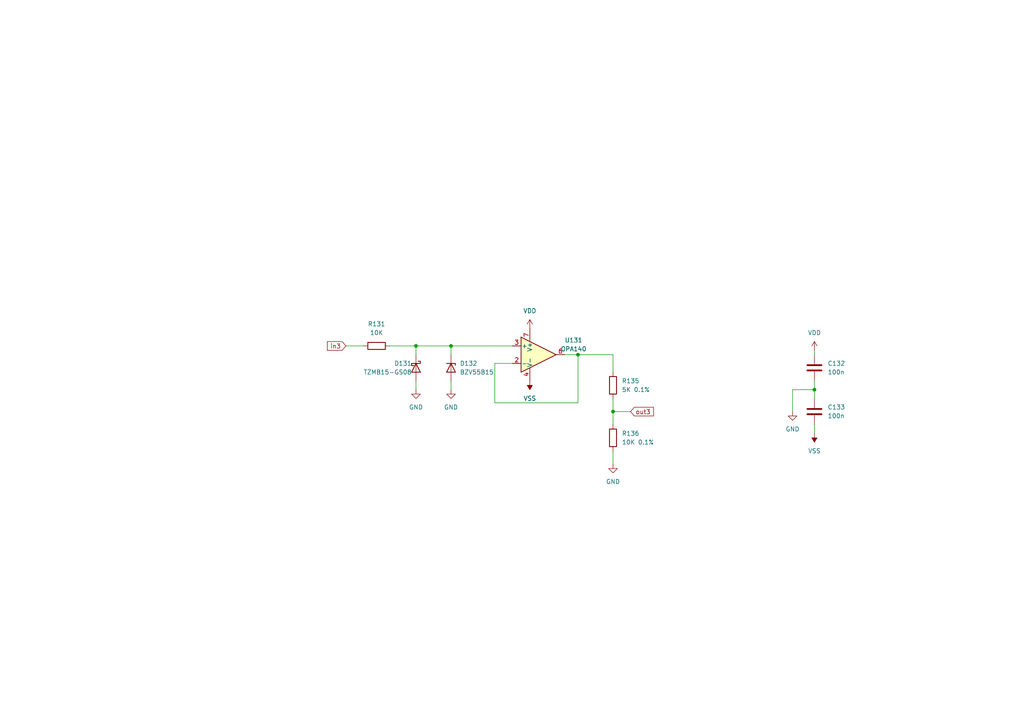
<source format=kicad_sch>
(kicad_sch (version 20230121) (generator eeschema)
  (paper "A4")
  (lib_symbols
    (symbol "Amplifier_Operational:OPA188xxD" (pin_names (offset 0.127))
      (property "Reference" "U" (at 0 6.35 0))
      (property "Value" "OPA188xxD" (at 0 3.81 0))
      (symbol "OPA188xxD_0_1"
        (polyline (pts (xy -5.08 5.08) (xy 5.08 0) (xy -5.08 -5.08) (xy -5.08 5.08)) (stroke (width 0.254)) (fill (type background)))
      )
      (symbol "OPA188xxD_1_1"
        (pin no_connect line (at -2.54 2.54 270) (length 2.54) hide (name "NC") (number "1"))
        (pin input line (at -7.62 -2.54 0) (length 2.54) (name "-") (number "2"))
        (pin input line (at -7.62 2.54 0) (length 2.54) (name "+") (number "3"))
        (pin power_in line (at -2.54 -7.62 90) (length 3.81) (name "V-") (number "4"))
        (pin no_connect line (at 0 2.54 270) (length 2.54) hide (name "NC") (number "5"))
        (pin output line (at 7.62 0 180) (length 2.54) (name "~") (number "6"))
        (pin power_in line (at -2.54 7.62 270) (length 3.81) (name "V+") (number "7"))
        (pin no_connect line (at 0 -2.54 90) (length 2.54) hide (name "NC") (number "8"))
      )
    )
    (symbol "Device:C" (pin_numbers hide) (pin_names (offset 0.254))
      (property "Reference" "C" (at 0.635 2.54 0))
      (property "Value" "C" (at 0.635 -2.54 0))
      (symbol "C_0_1"
        (polyline (pts (xy -2.032 -0.762) (xy 2.032 -0.762)) (stroke (width 0.508)))
        (polyline (pts (xy -2.032 0.762) (xy 2.032 0.762)) (stroke (width 0.508)))
      )
      (symbol "C_1_1"
        (pin passive line (at 0 3.81 270) (length 2.794) (name "~") (number "1"))
        (pin passive line (at 0 -3.81 90) (length 2.794) (name "~") (number "2"))
      )
    )
    (symbol "Device:D_Schottky" (pin_numbers hide) (pin_names (offset 1.016) hide)
      (property "Reference" "D" (at 0 2.54 0))
      (property "Value" "D_Schottky" (at 0 -2.54 0))
      (symbol "D_Schottky_0_1"
        (polyline (pts (xy 1.27 0) (xy -1.27 0)))
        (polyline (pts (xy 1.27 1.27) (xy 1.27 -1.27) (xy -1.27 0) (xy 1.27 1.27)) (stroke (width 0.254)))
        (polyline (pts (xy -1.905 0.635) (xy -1.905 1.27) (xy -1.27 1.27) (xy -1.27 -1.27) (xy -0.635 -1.27) (xy -0.635 -0.635)) (stroke (width 0.254)))
      )
      (symbol "D_Schottky_1_1"
        (pin passive line (at -3.81 0 0) (length 2.54) (name "K") (number "1"))
        (pin passive line (at 3.81 0 180) (length 2.54) (name "A") (number "2"))
      )
    )
    (symbol "Device:R" (pin_numbers hide) (pin_names (offset 0))
      (property "Reference" "R" (at 2.032 0 90))
      (property "Value" "R" (at 0 0 90))
      (symbol "R_0_1"
        (rectangle (start -1.016 -2.54) (end 1.016 2.54) (stroke (width 0.254)))
      )
      (symbol "R_1_1"
        (pin passive line (at 0 3.81 270) (length 1.27) (name "~") (number "1"))
        (pin passive line (at 0 -3.81 90) (length 1.27) (name "~") (number "2"))
      )
    )
    (symbol "Diode:BZV55B15" (pin_numbers hide) (pin_names hide)
      (property "Reference" "D" (at 0 2.54 0))
      (property "Value" "BZV55B15" (at 0 -2.54 0))
      (symbol "BZV55B15_0_1"
        (polyline (pts (xy 1.27 0) (xy -1.27 0)))
        (polyline (pts (xy -1.27 -1.27) (xy -1.27 1.27) (xy -0.762 1.27)) (stroke (width 0.254)))
        (polyline (pts (xy 1.27 -1.27) (xy 1.27 1.27) (xy -1.27 0) (xy 1.27 -1.27)) (stroke (width 0.254)))
      )
      (symbol "BZV55B15_1_1"
        (pin passive line (at -3.81 0 0) (length 2.54) (name "K") (number "1"))
        (pin passive line (at 3.81 0 180) (length 2.54) (name "A") (number "2"))
      )
    )
    (symbol "power:GND" (power) (pin_names (offset 0))
      (property "Value" "GND" (at 0 -3.81 0))
      (symbol "GND_0_1"
        (polyline (pts (xy 0 0) (xy 0 -1.27) (xy 1.27 -1.27) (xy 0 -2.54) (xy -1.27 -1.27) (xy 0 -1.27)))
      )
      (symbol "GND_1_1"
        (pin power_in line (at 0 0 270) (length 0) hide (name "GND") (number "1"))
      )
    )
    (symbol "power:VDD" (power) (pin_names (offset 0))
      (property "Value" "VDD" (at 0 3.81 0))
      (symbol "VDD_0_1"
        (polyline (pts (xy -0.762 1.27) (xy 0 2.54)))
        (polyline (pts (xy 0 0) (xy 0 2.54)))
        (polyline (pts (xy 0 2.54) (xy 0.762 1.27)))
      )
      (symbol "VDD_1_1"
        (pin power_in line (at 0 0 90) (length 0) hide (name "VDD") (number "1"))
      )
    )
    (symbol "power:VSS" (power) (pin_names (offset 0))
      (property "Value" "VSS" (at 0 3.81 0))
      (symbol "VSS_0_1"
        (polyline (pts (xy 0 0) (xy 0 2.54)))
        (polyline (pts (xy 0.762 1.27) (xy -0.762 1.27) (xy 0 2.54) (xy 0.762 1.27)) (fill (type outline)))
      )
      (symbol "VSS_1_1"
        (pin power_in line (at 0 0 90) (length 0) hide (name "VSS") (number "1"))
      )
    )
  )
  (junction (at 120.65 100.33))
  (junction (at 130.81 100.33))
  (junction (at 167.64 102.87))
  (junction (at 236.22 113.03))
  (junction (at 177.8 119.38))
  (wire (pts (xy 143.51 116.84) (xy 167.64 116.84)))
  (wire (pts (xy 120.65 100.33) (xy 120.65 102.87)))
  (wire (pts (xy 229.87 113.03) (xy 236.22 113.03)))
  (wire (pts (xy 167.64 102.87) (xy 177.8 102.87)))
  (wire (pts (xy 130.81 100.33) (xy 130.81 102.87)))
  (wire (pts (xy 167.64 116.84) (xy 167.64 102.87)))
  (wire (pts (xy 163.83 102.87) (xy 167.64 102.87)))
  (wire (pts (xy 177.8 115.57) (xy 177.8 119.38)))
  (wire (pts (xy 177.8 130.81) (xy 177.8 134.62)))
  (wire (pts (xy 236.22 110.49) (xy 236.22 113.03)))
  (wire (pts (xy 143.51 105.41) (xy 143.51 116.84)))
  (wire (pts (xy 236.22 113.03) (xy 236.22 115.57)))
  (wire (pts (xy 120.65 100.33) (xy 130.81 100.33)))
  (wire (pts (xy 130.81 100.33) (xy 148.59 100.33)))
  (wire (pts (xy 177.8 119.38) (xy 182.88 119.38)))
  (wire (pts (xy 177.8 119.38) (xy 177.8 123.19)))
  (wire (pts (xy 130.81 110.49) (xy 130.81 113.03)))
  (wire (pts (xy 236.22 123.19) (xy 236.22 125.73)))
  (wire (pts (xy 143.51 105.41) (xy 148.59 105.41)))
  (wire (pts (xy 113.03 100.33) (xy 120.65 100.33)))
  (wire (pts (xy 120.65 110.49) (xy 120.65 113.03)))
  (wire (pts (xy 177.8 102.87) (xy 177.8 107.95)))
  (wire (pts (xy 229.87 119.38) (xy 229.87 113.03)))
  (wire (pts (xy 236.22 101.6) (xy 236.22 102.87)))
  (wire (pts (xy 100.33 100.33) (xy 105.41 100.33)))
  (global_label "in3" (shape input) (at 100.33 100.33 180) (property "Intersheetrefs" "${INTERSHEET_REFS}" (effects hide)))
  (global_label "out3" (shape input) (at 182.88 119.38 0) (property "Intersheetrefs" "${INTERSHEET_REFS}" (effects hide)))
  (symbol (lib_id "power:VDD") (at 153.67 95.25 0) (unit 1)
    (property "Reference" "#PWR0136" (effects hide))
    (property "Value" "VDD" (at 153.67 90.17 0))
  )
  (symbol (lib_id "Amplifier_Operational:OPA188xxD") (at 156.21 102.87 0) (unit 1)
    (property "Reference" "U131" (at 166.37 98.6791 0))
    (property "Value" "OPA140" (at 166.37 101.2191 0))
    (property "Footprint" "Package_SO:SOIC-8_3.9x4.9mm_P1.27mm" (effects hide))
    (property "Datasheet" "http://www.ti.com/lit/ds/symlink/opa188.pdf" (effects hide))
  )
  (symbol (lib_id "Device:R") (at 177.8 127 0) (unit 1)
    (property "Reference" "R136" (at 180.34 125.73 0) (effects (justify left)))
    (property "Value" "10K 0.1%" (at 180.34 128.27 0) (effects (justify left)))
    (property "Footprint" "Resistor_SMD:R_0805_2012Metric_Pad1.20x1.40mm_HandSolder" (effects hide))
  )
  (symbol (lib_id "power:GND") (at 130.81 113.03 0) (unit 1)
    (property "Reference" "#PWR0135" (effects hide))
    (property "Value" "GND" (at 130.81 118.11 0))
  )
  (symbol (lib_id "power:GND") (at 229.87 119.38 0) (unit 1)
    (property "Reference" "#PWR0142" (effects hide))
    (property "Value" "GND" (at 229.87 124.46 0))
  )
  (symbol (lib_id "power:GND") (at 177.8 134.62 0) (unit 1)
    (property "Reference" "#PWR0141" (effects hide))
    (property "Value" "GND" (at 177.8 139.7 0))
  )
  (symbol (lib_id "Device:C") (at 236.22 119.38 0) (unit 1)
    (property "Reference" "C133" (at 240.03 118.11 0) (effects (justify left)))
    (property "Value" "100n" (at 240.03 120.65 0) (effects (justify left)))
    (property "Footprint" "Capacitor_SMD:C_0805_2012Metric_Pad1.18x1.45mm_HandSolder" (effects hide))
  )
  (symbol (lib_id "power:VSS") (at 153.67 110.49 180) (unit 1)
    (property "Reference" "#PWR0137" (effects hide))
    (property "Value" "VSS" (at 153.67 115.57 0))
  )
  (symbol (lib_id "power:VDD") (at 236.22 101.6 0) (unit 1)
    (property "Reference" "#PWR0143" (effects hide))
    (property "Value" "VDD" (at 236.22 96.52 0))
  )
  (symbol (lib_id "Device:R") (at 109.22 100.33 270) (unit 1)
    (property "Reference" "R131" (at 109.22 93.98 90))
    (property "Value" "10K" (at 109.22 96.52 90))
    (property "Footprint" "Resistor_SMD:R_0805_2012Metric_Pad1.20x1.40mm_HandSolder" (effects hide))
  )
  (symbol (lib_id "Diode:BZV55B15") (at 130.81 106.68 270) (unit 1)
    (property "Reference" "D132" (at 133.35 105.41 90) (effects (justify left)))
    (property "Value" "BZV55B15" (at 133.35 107.95 90) (effects (justify left)))
    (property "Footprint" "Diode_SMD:D_MiniMELF" (effects hide))
    (property "Datasheet" "https://assets.nexperia.com/documents/data-sheet/BZV55_SER.pdf" (effects hide))
  )
  (symbol (lib_id "Device:R") (at 177.8 111.76 0) (unit 1)
    (property "Reference" "R135" (at 180.34 110.49 0) (effects (justify left)))
    (property "Value" "5K 0.1%" (at 180.34 113.03 0) (effects (justify left)))
    (property "Footprint" "Resistor_SMD:R_0805_2012Metric_Pad1.20x1.40mm_HandSolder" (effects hide))
  )
  (symbol (lib_id "Device:D_Schottky") (at 120.65 106.68 270) (unit 1)
    (property "Reference" "D131" (at 114.3 105.41 90) (effects (justify left)))
    (property "Value" "TZMB15-GS08" (at 105.41 107.95 90) (effects (justify left)))
    (property "Footprint" "Diode_SMD:D_MiniMELF" (effects hide))
  )
  (symbol (lib_id "power:VSS") (at 236.22 125.73 180) (unit 1)
    (property "Reference" "#PWR0144" (effects hide))
    (property "Value" "VSS" (at 236.22 130.81 0))
  )
  (symbol (lib_id "Device:C") (at 236.22 106.68 0) (unit 1)
    (property "Reference" "C132" (at 240.03 105.41 0) (effects (justify left)))
    (property "Value" "100n" (at 240.03 107.95 0) (effects (justify left)))
    (property "Footprint" "Capacitor_SMD:C_0805_2012Metric_Pad1.18x1.45mm_HandSolder" (effects hide))
  )
  (symbol (lib_id "power:GND") (at 120.65 113.03 0) (unit 1)
    (property "Reference" "#PWR0134" (effects hide))
    (property "Value" "GND" (at 120.65 118.11 0))
  )
)
</source>
